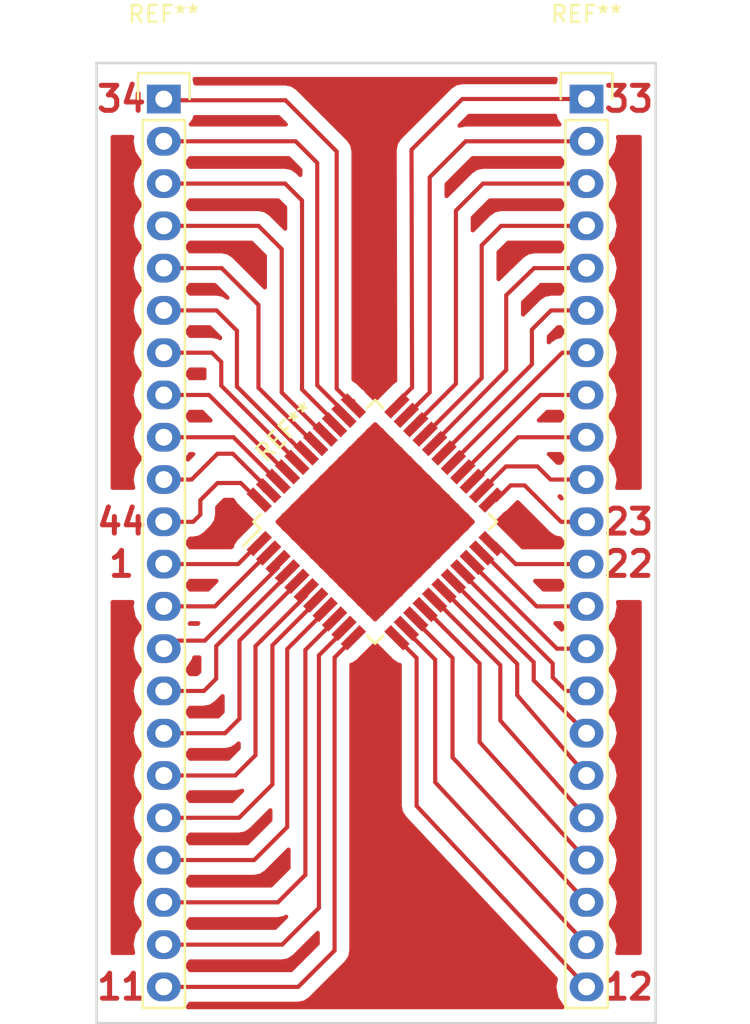
<source format=kicad_pcb>
(kicad_pcb (version 20160815) (host pcbnew "(2016-12-16 revision f631ae2)-makepkg")

  (general
    (links 0)
    (no_connects 0)
    (area 13.696215 14.3387 59.074786 75.990521)
    (thickness 1.6)
    (drawings 12)
    (tracks 247)
    (zones 0)
    (modules 3)
    (nets 1)
  )

  (page A4 portrait)
  (title_block
    (title "TQFP44 to DIL")
    (date 2016-12-27)
    (rev 0.1)
  )

  (layers
    (0 F.Cu signal)
    (31 B.Cu signal)
    (32 B.Adhes user)
    (33 F.Adhes user)
    (34 B.Paste user)
    (35 F.Paste user)
    (36 B.SilkS user)
    (37 F.SilkS user)
    (38 B.Mask user)
    (39 F.Mask user)
    (40 Dwgs.User user)
    (41 Cmts.User user)
    (42 Eco1.User user)
    (43 Eco2.User user)
    (44 Edge.Cuts user)
    (45 Margin user)
    (46 B.CrtYd user)
    (47 F.CrtYd user)
    (48 B.Fab user)
    (49 F.Fab user)
  )

  (setup
    (last_trace_width 0.25)
    (user_trace_width 0.254)
    (user_trace_width 0.508)
    (user_trace_width 0.762)
    (user_trace_width 1.27)
    (user_trace_width 2.54)
    (trace_clearance 0.2)
    (zone_clearance 0.762)
    (zone_45_only yes)
    (trace_min 0.2)
    (segment_width 0.2)
    (edge_width 0.15)
    (via_size 0.8)
    (via_drill 0.4)
    (via_min_size 0.4)
    (via_min_drill 0.3)
    (uvia_size 0.3)
    (uvia_drill 0.1)
    (uvias_allowed no)
    (uvia_min_size 0.2)
    (uvia_min_drill 0.1)
    (pcb_text_width 0.3)
    (pcb_text_size 1.5 1.5)
    (mod_edge_width 0.15)
    (mod_text_size 1 1)
    (mod_text_width 0.15)
    (pad_size 1.524 1.524)
    (pad_drill 0.762)
    (pad_to_mask_clearance 0.2)
    (aux_axis_origin 0 0)
    (grid_origin 107.22864 133.97484)
    (visible_elements 7FFFFFFF)
    (pcbplotparams
      (layerselection 0x00030_ffffffff)
      (usegerberextensions false)
      (excludeedgelayer true)
      (linewidth 0.100000)
      (plotframeref false)
      (viasonmask false)
      (mode 1)
      (useauxorigin false)
      (hpglpennumber 1)
      (hpglpenspeed 20)
      (hpglpendiameter 15)
      (psnegative false)
      (psa4output false)
      (plotreference true)
      (plotvalue true)
      (plotinvisibletext false)
      (padsonsilk false)
      (subtractmaskfromsilk false)
      (outputformat 1)
      (mirror false)
      (drillshape 1)
      (scaleselection 1)
      (outputdirectory C:/Users/alexb/Desktop/))
  )

  (net 0 "")

  (net_class Default "This is the default net class."
    (clearance 0.2)
    (trace_width 0.25)
    (via_dia 0.8)
    (via_drill 0.4)
    (uvia_dia 0.3)
    (uvia_drill 0.1)
    (diff_pair_gap 0.25)
    (diff_pair_width 0.2)
  )

  (module Pin_Headers:Pin_Header_Straight_1x22 (layer F.Cu) (tedit 0) (tstamp 58634D6B)
    (at 49.0855 20.3962)
    (descr "Through hole pin header")
    (tags "pin header")
    (fp_text reference REF** (at 0 -5.1) (layer F.SilkS)
      (effects (font (size 1 1) (thickness 0.15)))
    )
    (fp_text value Pin_Header_Straight_1x22 (at 0 -3.1) (layer F.Fab)
      (effects (font (size 1 1) (thickness 0.15)))
    )
    (fp_line (start -1.75 -1.75) (end -1.75 55.1) (layer F.CrtYd) (width 0.05))
    (fp_line (start 1.75 -1.75) (end 1.75 55.1) (layer F.CrtYd) (width 0.05))
    (fp_line (start -1.75 -1.75) (end 1.75 -1.75) (layer F.CrtYd) (width 0.05))
    (fp_line (start -1.75 55.1) (end 1.75 55.1) (layer F.CrtYd) (width 0.05))
    (fp_line (start -1.27 1.27) (end -1.27 54.61) (layer F.SilkS) (width 0.15))
    (fp_line (start -1.27 54.61) (end 1.27 54.61) (layer F.SilkS) (width 0.15))
    (fp_line (start 1.27 54.61) (end 1.27 1.27) (layer F.SilkS) (width 0.15))
    (fp_line (start 1.55 -1.55) (end 1.55 0) (layer F.SilkS) (width 0.15))
    (fp_line (start 1.27 1.27) (end -1.27 1.27) (layer F.SilkS) (width 0.15))
    (fp_line (start -1.55 0) (end -1.55 -1.55) (layer F.SilkS) (width 0.15))
    (fp_line (start -1.55 -1.55) (end 1.55 -1.55) (layer F.SilkS) (width 0.15))
    (pad 1 thru_hole rect (at 0 0) (size 2.032 1.7272) (drill 1.016) (layers *.Cu *.Mask))
    (pad 2 thru_hole oval (at 0 2.54) (size 2.032 1.7272) (drill 1.016) (layers *.Cu *.Mask))
    (pad 3 thru_hole oval (at 0 5.08) (size 2.032 1.7272) (drill 1.016) (layers *.Cu *.Mask))
    (pad 4 thru_hole oval (at 0 7.62) (size 2.032 1.7272) (drill 1.016) (layers *.Cu *.Mask))
    (pad 5 thru_hole oval (at 0 10.16) (size 2.032 1.7272) (drill 1.016) (layers *.Cu *.Mask))
    (pad 6 thru_hole oval (at 0 12.7) (size 2.032 1.7272) (drill 1.016) (layers *.Cu *.Mask))
    (pad 7 thru_hole oval (at 0 15.24) (size 2.032 1.7272) (drill 1.016) (layers *.Cu *.Mask))
    (pad 8 thru_hole oval (at 0 17.78) (size 2.032 1.7272) (drill 1.016) (layers *.Cu *.Mask))
    (pad 9 thru_hole oval (at 0 20.32) (size 2.032 1.7272) (drill 1.016) (layers *.Cu *.Mask))
    (pad 10 thru_hole oval (at 0 22.86) (size 2.032 1.7272) (drill 1.016) (layers *.Cu *.Mask))
    (pad 11 thru_hole oval (at 0 25.4) (size 2.032 1.7272) (drill 1.016) (layers *.Cu *.Mask))
    (pad 12 thru_hole oval (at 0 27.94) (size 2.032 1.7272) (drill 1.016) (layers *.Cu *.Mask))
    (pad 13 thru_hole oval (at 0 30.48) (size 2.032 1.7272) (drill 1.016) (layers *.Cu *.Mask))
    (pad 14 thru_hole oval (at 0 33.02) (size 2.032 1.7272) (drill 1.016) (layers *.Cu *.Mask))
    (pad 15 thru_hole oval (at 0 35.56) (size 2.032 1.7272) (drill 1.016) (layers *.Cu *.Mask))
    (pad 16 thru_hole oval (at 0 38.1) (size 2.032 1.7272) (drill 1.016) (layers *.Cu *.Mask))
    (pad 17 thru_hole oval (at 0 40.64) (size 2.032 1.7272) (drill 1.016) (layers *.Cu *.Mask))
    (pad 18 thru_hole oval (at 0 43.18) (size 2.032 1.7272) (drill 1.016) (layers *.Cu *.Mask))
    (pad 19 thru_hole oval (at 0 45.72) (size 2.032 1.7272) (drill 1.016) (layers *.Cu *.Mask))
    (pad 20 thru_hole oval (at 0 48.26) (size 2.032 1.7272) (drill 1.016) (layers *.Cu *.Mask))
    (pad 21 thru_hole oval (at 0 50.8) (size 2.032 1.7272) (drill 1.016) (layers *.Cu *.Mask))
    (pad 22 thru_hole oval (at 0 53.34) (size 2.032 1.7272) (drill 1.016) (layers *.Cu *.Mask))
    (model Pin_Headers.3dshapes/Pin_Header_Straight_1x22.wrl
      (at (xyz 0 -1.05 0))
      (scale (xyz 1 1 1))
      (rotate (xyz 0 0 90))
    )
  )

  (module Housings_QFP:LQFP-44_10x10mm_Pitch0.8mm (layer F.Cu) (tedit 54130A77) (tstamp 5862D13F)
    (at 36.3855 45.7962 45)
    (descr "LQFP44 (see Appnote_PCB_Guidelines_TRINAMIC_packages.pdf)")
    (tags "QFP 0.8")
    (attr smd)
    (fp_text reference REF** (at 0 -7.65 45) (layer F.SilkS)
      (effects (font (size 1 1) (thickness 0.15)))
    )
    (fp_text value LQFP-44_10x10mm_Pitch0.8mm (at 0 7.65 45) (layer F.Fab)
      (effects (font (size 1 1) (thickness 0.15)))
    )
    (fp_text user %R (at 0 0 45) (layer F.Fab)
      (effects (font (size 1 1) (thickness 0.15)))
    )
    (fp_line (start -4 -5) (end 5 -5) (layer F.Fab) (width 0.15))
    (fp_line (start 5 -5) (end 5 5) (layer F.Fab) (width 0.15))
    (fp_line (start 5 5) (end -5 5) (layer F.Fab) (width 0.15))
    (fp_line (start -5 5) (end -5 -4) (layer F.Fab) (width 0.15))
    (fp_line (start -5 -4) (end -4 -5) (layer F.Fab) (width 0.15))
    (fp_line (start -6.9 -6.9) (end -6.9 6.9) (layer F.CrtYd) (width 0.05))
    (fp_line (start 6.9 -6.9) (end 6.9 6.9) (layer F.CrtYd) (width 0.05))
    (fp_line (start -6.9 -6.9) (end 6.9 -6.9) (layer F.CrtYd) (width 0.05))
    (fp_line (start -6.9 6.9) (end 6.9 6.9) (layer F.CrtYd) (width 0.05))
    (fp_line (start -5.175 -5.175) (end -5.175 -4.575) (layer F.SilkS) (width 0.15))
    (fp_line (start 5.175 -5.175) (end 5.175 -4.505) (layer F.SilkS) (width 0.15))
    (fp_line (start 5.175 5.175) (end 5.175 4.505) (layer F.SilkS) (width 0.15))
    (fp_line (start -5.175 5.175) (end -5.175 4.505) (layer F.SilkS) (width 0.15))
    (fp_line (start -5.175 -5.175) (end -4.505 -5.175) (layer F.SilkS) (width 0.15))
    (fp_line (start -5.175 5.175) (end -4.505 5.175) (layer F.SilkS) (width 0.15))
    (fp_line (start 5.175 5.175) (end 4.505 5.175) (layer F.SilkS) (width 0.15))
    (fp_line (start 5.175 -5.175) (end 4.505 -5.175) (layer F.SilkS) (width 0.15))
    (fp_line (start -5.175 -4.575) (end -6.65 -4.575) (layer F.SilkS) (width 0.15))
    (pad 1 smd rect (at -5.85 -4 45) (size 1.6 0.56) (layers F.Cu F.Paste F.Mask))
    (pad 2 smd rect (at -5.85 -3.2 45) (size 1.6 0.56) (layers F.Cu F.Paste F.Mask))
    (pad 3 smd rect (at -5.85 -2.4 45) (size 1.6 0.56) (layers F.Cu F.Paste F.Mask))
    (pad 4 smd rect (at -5.85 -1.6 45) (size 1.6 0.56) (layers F.Cu F.Paste F.Mask))
    (pad 5 smd rect (at -5.85 -0.8 45) (size 1.6 0.56) (layers F.Cu F.Paste F.Mask))
    (pad 6 smd rect (at -5.85 0 45) (size 1.6 0.56) (layers F.Cu F.Paste F.Mask))
    (pad 7 smd rect (at -5.85 0.8 45) (size 1.6 0.56) (layers F.Cu F.Paste F.Mask))
    (pad 8 smd rect (at -5.85 1.6 45) (size 1.6 0.56) (layers F.Cu F.Paste F.Mask))
    (pad 9 smd rect (at -5.85 2.4 45) (size 1.6 0.56) (layers F.Cu F.Paste F.Mask))
    (pad 10 smd rect (at -5.85 3.2 45) (size 1.6 0.56) (layers F.Cu F.Paste F.Mask))
    (pad 11 smd rect (at -5.85 4 45) (size 1.6 0.56) (layers F.Cu F.Paste F.Mask))
    (pad 12 smd rect (at -4 5.85 135) (size 1.6 0.56) (layers F.Cu F.Paste F.Mask))
    (pad 13 smd rect (at -3.2 5.85 135) (size 1.6 0.56) (layers F.Cu F.Paste F.Mask))
    (pad 14 smd rect (at -2.4 5.85 135) (size 1.6 0.56) (layers F.Cu F.Paste F.Mask))
    (pad 15 smd rect (at -1.6 5.85 135) (size 1.6 0.56) (layers F.Cu F.Paste F.Mask))
    (pad 16 smd rect (at -0.8 5.85 135) (size 1.6 0.56) (layers F.Cu F.Paste F.Mask))
    (pad 17 smd rect (at 0 5.85 135) (size 1.6 0.56) (layers F.Cu F.Paste F.Mask))
    (pad 18 smd rect (at 0.8 5.85 135) (size 1.6 0.56) (layers F.Cu F.Paste F.Mask))
    (pad 19 smd rect (at 1.6 5.85 135) (size 1.6 0.56) (layers F.Cu F.Paste F.Mask))
    (pad 20 smd rect (at 2.4 5.85 135) (size 1.6 0.56) (layers F.Cu F.Paste F.Mask))
    (pad 21 smd rect (at 3.2 5.85 135) (size 1.6 0.56) (layers F.Cu F.Paste F.Mask))
    (pad 22 smd rect (at 4 5.85 135) (size 1.6 0.56) (layers F.Cu F.Paste F.Mask))
    (pad 23 smd rect (at 5.85 4 45) (size 1.6 0.56) (layers F.Cu F.Paste F.Mask))
    (pad 24 smd rect (at 5.85 3.2 45) (size 1.6 0.56) (layers F.Cu F.Paste F.Mask))
    (pad 25 smd rect (at 5.85 2.4 45) (size 1.6 0.56) (layers F.Cu F.Paste F.Mask))
    (pad 26 smd rect (at 5.85 1.6 45) (size 1.6 0.56) (layers F.Cu F.Paste F.Mask))
    (pad 27 smd rect (at 5.85 0.8 45) (size 1.6 0.56) (layers F.Cu F.Paste F.Mask))
    (pad 28 smd rect (at 5.85 0 45) (size 1.6 0.56) (layers F.Cu F.Paste F.Mask))
    (pad 29 smd rect (at 5.85 -0.8 45) (size 1.6 0.56) (layers F.Cu F.Paste F.Mask))
    (pad 30 smd rect (at 5.85 -1.6 45) (size 1.6 0.56) (layers F.Cu F.Paste F.Mask))
    (pad 31 smd rect (at 5.85 -2.4 45) (size 1.6 0.56) (layers F.Cu F.Paste F.Mask))
    (pad 32 smd rect (at 5.85 -3.2 45) (size 1.6 0.56) (layers F.Cu F.Paste F.Mask))
    (pad 33 smd rect (at 5.85 -4 45) (size 1.6 0.56) (layers F.Cu F.Paste F.Mask))
    (pad 34 smd rect (at 4 -5.85 135) (size 1.6 0.56) (layers F.Cu F.Paste F.Mask))
    (pad 35 smd rect (at 3.2 -5.85 135) (size 1.6 0.56) (layers F.Cu F.Paste F.Mask))
    (pad 36 smd rect (at 2.4 -5.85 135) (size 1.6 0.56) (layers F.Cu F.Paste F.Mask))
    (pad 37 smd rect (at 1.6 -5.85 135) (size 1.6 0.56) (layers F.Cu F.Paste F.Mask))
    (pad 38 smd rect (at 0.8 -5.85 135) (size 1.6 0.56) (layers F.Cu F.Paste F.Mask))
    (pad 39 smd rect (at 0 -5.85 135) (size 1.6 0.56) (layers F.Cu F.Paste F.Mask))
    (pad 40 smd rect (at -0.8 -5.85 135) (size 1.6 0.56) (layers F.Cu F.Paste F.Mask))
    (pad 41 smd rect (at -1.6 -5.85 135) (size 1.6 0.56) (layers F.Cu F.Paste F.Mask))
    (pad 42 smd rect (at -2.4 -5.85 135) (size 1.6 0.56) (layers F.Cu F.Paste F.Mask))
    (pad 43 smd rect (at -3.2 -5.85 135) (size 1.6 0.56) (layers F.Cu F.Paste F.Mask))
    (pad 44 smd rect (at -4 -5.85 135) (size 1.6 0.56) (layers F.Cu F.Paste F.Mask))
    (model Housings_QFP.3dshapes/LQFP-44_10x10mm_Pitch0.8mm.wrl
      (at (xyz 0 0 0))
      (scale (xyz 1 1 1))
      (rotate (xyz 0 0 0))
    )
  )

  (module Pin_Headers:Pin_Header_Straight_1x22 (layer F.Cu) (tedit 0) (tstamp 58635138)
    (at 23.6855 20.3962)
    (descr "Through hole pin header")
    (tags "pin header")
    (fp_text reference REF** (at 0 -5.1) (layer F.SilkS)
      (effects (font (size 1 1) (thickness 0.15)))
    )
    (fp_text value Pin_Header_Straight_1x22 (at 0 -3.1) (layer F.Fab)
      (effects (font (size 1 1) (thickness 0.15)))
    )
    (fp_line (start -1.75 -1.75) (end -1.75 55.1) (layer F.CrtYd) (width 0.05))
    (fp_line (start 1.75 -1.75) (end 1.75 55.1) (layer F.CrtYd) (width 0.05))
    (fp_line (start -1.75 -1.75) (end 1.75 -1.75) (layer F.CrtYd) (width 0.05))
    (fp_line (start -1.75 55.1) (end 1.75 55.1) (layer F.CrtYd) (width 0.05))
    (fp_line (start -1.27 1.27) (end -1.27 54.61) (layer F.SilkS) (width 0.15))
    (fp_line (start -1.27 54.61) (end 1.27 54.61) (layer F.SilkS) (width 0.15))
    (fp_line (start 1.27 54.61) (end 1.27 1.27) (layer F.SilkS) (width 0.15))
    (fp_line (start 1.55 -1.55) (end 1.55 0) (layer F.SilkS) (width 0.15))
    (fp_line (start 1.27 1.27) (end -1.27 1.27) (layer F.SilkS) (width 0.15))
    (fp_line (start -1.55 0) (end -1.55 -1.55) (layer F.SilkS) (width 0.15))
    (fp_line (start -1.55 -1.55) (end 1.55 -1.55) (layer F.SilkS) (width 0.15))
    (pad 1 thru_hole rect (at 0 0) (size 2.032 1.7272) (drill 1.016) (layers *.Cu *.Mask))
    (pad 2 thru_hole oval (at 0 2.54) (size 2.032 1.7272) (drill 1.016) (layers *.Cu *.Mask))
    (pad 3 thru_hole oval (at 0 5.08) (size 2.032 1.7272) (drill 1.016) (layers *.Cu *.Mask))
    (pad 4 thru_hole oval (at 0 7.62) (size 2.032 1.7272) (drill 1.016) (layers *.Cu *.Mask))
    (pad 5 thru_hole oval (at 0 10.16) (size 2.032 1.7272) (drill 1.016) (layers *.Cu *.Mask))
    (pad 6 thru_hole oval (at 0 12.7) (size 2.032 1.7272) (drill 1.016) (layers *.Cu *.Mask))
    (pad 7 thru_hole oval (at 0 15.24) (size 2.032 1.7272) (drill 1.016) (layers *.Cu *.Mask))
    (pad 8 thru_hole oval (at 0 17.78) (size 2.032 1.7272) (drill 1.016) (layers *.Cu *.Mask))
    (pad 9 thru_hole oval (at 0 20.32) (size 2.032 1.7272) (drill 1.016) (layers *.Cu *.Mask))
    (pad 10 thru_hole oval (at 0 22.86) (size 2.032 1.7272) (drill 1.016) (layers *.Cu *.Mask))
    (pad 11 thru_hole oval (at 0 25.4) (size 2.032 1.7272) (drill 1.016) (layers *.Cu *.Mask))
    (pad 12 thru_hole oval (at 0 27.94) (size 2.032 1.7272) (drill 1.016) (layers *.Cu *.Mask))
    (pad 13 thru_hole oval (at 0 30.48) (size 2.032 1.7272) (drill 1.016) (layers *.Cu *.Mask))
    (pad 14 thru_hole oval (at 0 33.02) (size 2.032 1.7272) (drill 1.016) (layers *.Cu *.Mask))
    (pad 15 thru_hole oval (at 0 35.56) (size 2.032 1.7272) (drill 1.016) (layers *.Cu *.Mask))
    (pad 16 thru_hole oval (at 0 38.1) (size 2.032 1.7272) (drill 1.016) (layers *.Cu *.Mask))
    (pad 17 thru_hole oval (at 0 40.64) (size 2.032 1.7272) (drill 1.016) (layers *.Cu *.Mask))
    (pad 18 thru_hole oval (at 0 43.18) (size 2.032 1.7272) (drill 1.016) (layers *.Cu *.Mask))
    (pad 19 thru_hole oval (at 0 45.72) (size 2.032 1.7272) (drill 1.016) (layers *.Cu *.Mask))
    (pad 20 thru_hole oval (at 0 48.26) (size 2.032 1.7272) (drill 1.016) (layers *.Cu *.Mask))
    (pad 21 thru_hole oval (at 0 50.8) (size 2.032 1.7272) (drill 1.016) (layers *.Cu *.Mask))
    (pad 22 thru_hole oval (at 0 53.34) (size 2.032 1.7272) (drill 1.016) (layers *.Cu *.Mask))
    (model Pin_Headers.3dshapes/Pin_Header_Straight_1x22.wrl
      (at (xyz 0 -1.05 0))
      (scale (xyz 1 1 1))
      (rotate (xyz 0 0 90))
    )
  )

  (gr_line (start 53.2384 18.23466) (end 19.62658 18.23466) (angle 90) (layer Edge.Cuts) (width 0.15))
  (gr_line (start 53.2384 75.91552) (end 53.2384 18.23466) (angle 90) (layer Edge.Cuts) (width 0.15))
  (gr_line (start 19.65198 75.91552) (end 53.2384 75.91552) (angle 90) (layer Edge.Cuts) (width 0.15))
  (gr_line (start 19.65198 18.37436) (end 19.65198 75.91552) (angle 90) (layer Edge.Cuts) (width 0.15))
  (gr_text 44 (at 21.1455 45.7962) (layer F.Cu)
    (effects (font (size 1.5 1.5) (thickness 0.3)))
  )
  (gr_text 34 (at 21.1455 20.3962) (layer F.Cu)
    (effects (font (size 1.5 1.5) (thickness 0.3)))
  )
  (gr_text 33 (at 51.6255 20.3962) (layer F.Cu)
    (effects (font (size 1.5 1.5) (thickness 0.3)))
  )
  (gr_text 23 (at 51.6255 45.7962) (layer F.Cu)
    (effects (font (size 1.5 1.5) (thickness 0.3)))
  )
  (gr_text 22 (at 51.6255 48.3362) (layer F.Cu)
    (effects (font (size 1.5 1.5) (thickness 0.3)))
  )
  (gr_text 12 (at 51.6255 73.7362) (layer F.Cu)
    (effects (font (size 1.5 1.5) (thickness 0.3)))
  )
  (gr_text 11 (at 21.1455 73.7362) (layer F.Cu)
    (effects (font (size 1.5 1.5) (thickness 0.3)))
  )
  (gr_text 1 (at 21.1455 48.3362) (layer F.Cu)
    (effects (font (size 1.5 1.5) (thickness 0.3)))
  )

  (segment (start 38.259333 52.343633) (end 39.9923 54.0766) (width 0.25) (layer F.Cu) (net 0) (tstamp 586350C8))
  (segment (start 39.9923 61.4426) (end 49.0855 71.1962) (width 0.25) (layer F.Cu) (net 0) (tstamp 586350CB) (status 20))
  (segment (start 39.9923 54.0766) (end 39.9923 61.4426) (width 0.25) (layer F.Cu) (net 0) (tstamp 586350C9))
  (segment (start 25.4508 45.7962) (end 23.6855 45.7962) (width 0.25) (layer F.Cu) (net 0) (tstamp 586353EC))
  (segment (start 25.8826 45.3644) (end 25.4508 45.7962) (width 0.25) (layer F.Cu) (net 0) (tstamp 586353EB))
  (segment (start 25.8826 44.49826) (end 25.8826 45.3644) (width 0.25) (layer F.Cu) (net 0) (tstamp 586353E9))
  (segment (start 26.91638 43.46448) (end 25.8826 44.49826) (width 0.25) (layer F.Cu) (net 0) (tstamp 586353E8))
  (segment (start 28.31338 43.46448) (end 26.91638 43.46448) (width 0.25) (layer F.Cu) (net 0) (tstamp 586353E6))
  (segment (start 29.336952 44.488052) (end 28.31338 43.46448) (width 0.25) (layer F.Cu) (net 0) (tstamp 586353E5))
  (segment (start 29.420498 44.488052) (end 29.336952 44.488052) (width 0.25) (layer F.Cu) (net 0))
  (segment (start 25.36444 43.2562) (end 23.6855 43.2562) (width 0.25) (layer F.Cu) (net 0) (tstamp 586353E1))
  (segment (start 26.91638 41.70426) (end 25.36444 43.2562) (width 0.25) (layer F.Cu) (net 0) (tstamp 586353E0))
  (segment (start 27.8384 41.70426) (end 26.91638 41.70426) (width 0.25) (layer F.Cu) (net 0) (tstamp 586353DE))
  (segment (start 29.986184 43.852044) (end 27.8384 41.70426) (width 0.25) (layer F.Cu) (net 0) (tstamp 586353DD))
  (segment (start 29.986184 43.922367) (end 29.986184 43.852044) (width 0.25) (layer F.Cu) (net 0))
  (segment (start 47.55642 45.7962) (end 49.0855 45.7962) (width 0.25) (layer F.Cu) (net 0) (tstamp 586353D7))
  (segment (start 45.36694 43.60672) (end 47.55642 45.7962) (width 0.25) (layer F.Cu) (net 0) (tstamp 586353D6))
  (segment (start 44.52874 43.60672) (end 45.36694 43.60672) (width 0.25) (layer F.Cu) (net 0) (tstamp 586353D5))
  (segment (start 43.647408 44.488052) (end 44.52874 43.60672) (width 0.25) (layer F.Cu) (net 0) (tstamp 586353D4))
  (segment (start 43.350502 44.488052) (end 43.647408 44.488052) (width 0.25) (layer F.Cu) (net 0))
  (segment (start 43.350502 47.104348) (end 43.596608 47.104348) (width 0.25) (layer F.Cu) (net 0))
  (segment (start 43.596608 47.104348) (end 44.82846 48.3362) (width 0.25) (layer F.Cu) (net 0) (tstamp 586353CE))
  (segment (start 44.82846 48.3362) (end 49.0855 48.3362) (width 0.25) (layer F.Cu) (net 0) (tstamp 586353CF))
  (segment (start 43.350502 44.488052) (end 43.586352 44.488052) (width 0.25) (layer F.Cu) (net 0))
  (segment (start 29.986184 43.922367) (end 29.944747 43.922367) (width 0.25) (layer F.Cu) (net 0))
  (segment (start 43.350502 44.488052) (end 43.578828 44.488052) (width 0.25) (layer F.Cu) (net 0))
  (segment (start 42.784816 43.922367) (end 42.790693 43.922367) (width 0.25) (layer F.Cu) (net 0))
  (segment (start 42.790693 43.922367) (end 44.24426 42.4688) (width 0.25) (layer F.Cu) (net 0) (tstamp 586353AF))
  (segment (start 46.92142 43.2562) (end 49.0855 43.2562) (width 0.25) (layer F.Cu) (net 0) (tstamp 586353B3))
  (segment (start 46.13402 42.4688) (end 46.92142 43.2562) (width 0.25) (layer F.Cu) (net 0) (tstamp 586353B2))
  (segment (start 44.24426 42.4688) (end 46.13402 42.4688) (width 0.25) (layer F.Cu) (net 0) (tstamp 586353B0))
  (segment (start 29.986184 43.922367) (end 29.827907 43.922367) (width 0.25) (layer F.Cu) (net 0))
  (segment (start 43.350502 44.488052) (end 43.350502 44.464918) (width 0.25) (layer F.Cu) (net 0))
  (segment (start 42.784816 43.922367) (end 42.871973 43.922367) (width 0.25) (layer F.Cu) (net 0))
  (segment (start 42.784816 43.922367) (end 42.795773 43.922367) (width 0.25) (layer F.Cu) (net 0))
  (segment (start 48.9331 43.1038) (end 49.0855 43.2562) (width 0.25) (layer F.Cu) (net 0) (tstamp 58635392))
  (segment (start 43.350502 44.488052) (end 43.418808 44.488052) (width 0.25) (layer F.Cu) (net 0))
  (segment (start 43.418808 44.488052) (end 43.85818 44.04868) (width 0.25) (layer F.Cu) (net 0) (tstamp 58635389))
  (segment (start 38.825018 39.962569) (end 38.825018 39.914982) (width 0.25) (layer F.Cu) (net 0))
  (segment (start 38.825018 39.914982) (end 41.2369 37.5031) (width 0.25) (layer F.Cu) (net 0) (tstamp 58635372))
  (segment (start 42.8625 25.4762) (end 49.0855 25.4762) (width 0.25) (layer F.Cu) (net 0) (tstamp 58635377))
  (segment (start 41.2369 27.1018) (end 42.8625 25.4762) (width 0.25) (layer F.Cu) (net 0) (tstamp 58635375))
  (segment (start 41.2369 37.5031) (end 41.2369 27.1018) (width 0.25) (layer F.Cu) (net 0) (tstamp 58635373))
  (segment (start 40.522075 41.659625) (end 40.522075 41.621525) (width 0.25) (layer F.Cu) (net 0))
  (segment (start 40.522075 41.621525) (end 45.80382 36.33978) (width 0.25) (layer F.Cu) (net 0) (tstamp 58635368))
  (segment (start 46.9519 33.0962) (end 49.0855 33.0962) (width 0.25) (layer F.Cu) (net 0) (tstamp 5863536D))
  (segment (start 45.80382 34.24428) (end 46.9519 33.0962) (width 0.25) (layer F.Cu) (net 0) (tstamp 5863536B))
  (segment (start 45.80382 36.33978) (end 45.80382 34.24428) (width 0.25) (layer F.Cu) (net 0) (tstamp 58635369))
  (segment (start 41.08776 42.225311) (end 41.08776 42.17344) (width 0.25) (layer F.Cu) (net 0))
  (segment (start 41.08776 42.17344) (end 47.625 35.6362) (width 0.25) (layer F.Cu) (net 0) (tstamp 58635362))
  (segment (start 47.625 35.6362) (end 49.0855 35.6362) (width 0.25) (layer F.Cu) (net 0) (tstamp 58635363))
  (segment (start 41.653446 42.790996) (end 41.699564 42.790996) (width 0.25) (layer F.Cu) (net 0))
  (segment (start 41.699564 42.790996) (end 46.31436 38.1762) (width 0.25) (layer F.Cu) (net 0) (tstamp 5863535D))
  (segment (start 46.31436 38.1762) (end 49.0855 38.1762) (width 0.25) (layer F.Cu) (net 0) (tstamp 5863535E))
  (segment (start 41.08776 42.225311) (end 41.08776 42.22424) (width 0.25) (layer F.Cu) (net 0))
  (segment (start 41.08776 42.225311) (end 41.162889 42.225311) (width 0.25) (layer F.Cu) (net 0))
  (segment (start 41.653446 42.790996) (end 41.664004 42.790996) (width 0.25) (layer F.Cu) (net 0))
  (segment (start 43.350502 47.104348) (end 43.436588 47.104348) (width 0.25) (layer F.Cu) (net 0))
  (segment (start 31.68324 42.225311) (end 31.68324 42.16074) (width 0.25) (layer F.Cu) (net 0))
  (segment (start 31.68324 42.16074) (end 27.1399 37.6174) (width 0.25) (layer F.Cu) (net 0) (tstamp 58635321))
  (segment (start 26.5811 35.6362) (end 23.6855 35.6362) (width 0.25) (layer F.Cu) (net 0) (tstamp 58635325))
  (segment (start 27.1399 36.195) (end 26.5811 35.6362) (width 0.25) (layer F.Cu) (net 0) (tstamp 58635324))
  (segment (start 27.1399 37.6174) (end 27.1399 36.195) (width 0.25) (layer F.Cu) (net 0) (tstamp 58635322))
  (segment (start 29.420498 47.104348) (end 29.387752 47.104348) (width 0.25) (layer F.Cu) (net 0))
  (segment (start 29.387752 47.104348) (end 28.1559 48.3362) (width 0.25) (layer F.Cu) (net 0) (tstamp 58635317))
  (segment (start 28.1559 48.3362) (end 23.6855 48.3362) (width 0.25) (layer F.Cu) (net 0) (tstamp 58635318))
  (segment (start 35.077352 52.761202) (end 35.077352 52.819348) (width 0.25) (layer F.Cu) (net 0))
  (segment (start 35.077352 52.819348) (end 33.9471 53.9496) (width 0.25) (layer F.Cu) (net 0) (tstamp 5863530A))
  (segment (start 33.9471 53.9496) (end 33.9471 71.5518) (width 0.25) (layer F.Cu) (net 0) (tstamp 5863530B))
  (segment (start 33.9471 71.5518) (end 31.7627 73.7362) (width 0.25) (layer F.Cu) (net 0) (tstamp 5863530D))
  (segment (start 31.7627 73.7362) (end 23.6855 73.7362) (width 0.25) (layer F.Cu) (net 0) (tstamp 5863530F))
  (segment (start 34.511667 52.195516) (end 34.511667 52.318233) (width 0.25) (layer F.Cu) (net 0))
  (segment (start 34.511667 52.318233) (end 33.0073 53.8226) (width 0.25) (layer F.Cu) (net 0) (tstamp 58635301))
  (segment (start 33.0073 53.8226) (end 33.0073 68.9864) (width 0.25) (layer F.Cu) (net 0) (tstamp 58635302))
  (segment (start 33.0073 68.9864) (end 30.7975 71.1962) (width 0.25) (layer F.Cu) (net 0) (tstamp 58635304))
  (segment (start 30.7975 71.1962) (end 23.6855 71.1962) (width 0.25) (layer F.Cu) (net 0) (tstamp 58635306))
  (segment (start 33.945982 51.629831) (end 33.945982 51.740918) (width 0.25) (layer F.Cu) (net 0))
  (segment (start 33.945982 51.740918) (end 32.1945 53.4924) (width 0.25) (layer F.Cu) (net 0) (tstamp 586352F8))
  (segment (start 32.1945 53.4924) (end 32.1945 67.0052) (width 0.25) (layer F.Cu) (net 0) (tstamp 586352F9))
  (segment (start 32.1945 67.0052) (end 30.5435 68.6562) (width 0.25) (layer F.Cu) (net 0) (tstamp 586352FB))
  (segment (start 30.5435 68.6562) (end 23.6855 68.6562) (width 0.25) (layer F.Cu) (net 0) (tstamp 586352FD))
  (segment (start 33.380296 51.064146) (end 33.380296 51.163604) (width 0.25) (layer F.Cu) (net 0))
  (segment (start 33.380296 51.163604) (end 31.1023 53.4416) (width 0.25) (layer F.Cu) (net 0) (tstamp 586352EF))
  (segment (start 31.1023 53.4416) (end 31.1023 64.135) (width 0.25) (layer F.Cu) (net 0) (tstamp 586352F0))
  (segment (start 31.1023 64.135) (end 29.1211 66.1162) (width 0.25) (layer F.Cu) (net 0) (tstamp 586352F2))
  (segment (start 29.1211 66.1162) (end 23.6855 66.1162) (width 0.25) (layer F.Cu) (net 0) (tstamp 586352F4))
  (segment (start 32.814611 50.49846) (end 32.814611 50.611689) (width 0.25) (layer F.Cu) (net 0))
  (segment (start 32.814611 50.611689) (end 30.2133 53.213) (width 0.25) (layer F.Cu) (net 0) (tstamp 586352E2))
  (segment (start 30.2133 53.213) (end 30.2133 61.5696) (width 0.25) (layer F.Cu) (net 0) (tstamp 586352E3))
  (segment (start 30.2133 61.5696) (end 28.2067 63.5762) (width 0.25) (layer F.Cu) (net 0) (tstamp 586352E5))
  (segment (start 28.2067 63.5762) (end 23.6855 63.5762) (width 0.25) (layer F.Cu) (net 0) (tstamp 586352E7))
  (segment (start 23.6855 61.0362) (end 27.9781 61.0362) (width 0.25) (layer F.Cu) (net 0))
  (segment (start 29.1973 59.817) (end 28.0035 61.0108) (width 0.25) (layer F.Cu) (net 0) (tstamp 586352DB))
  (segment (start 29.1973 53.2638) (end 29.1973 59.817) (width 0.25) (layer F.Cu) (net 0) (tstamp 586352D9))
  (segment (start 29.1973 53.2638) (end 32.248925 50.212175) (width 0.25) (layer F.Cu) (net 0) (tstamp 586352D8))
  (segment (start 27.9781 61.0362) (end 28.0035 61.0108) (width 0.25) (layer F.Cu) (net 0) (tstamp 586352DF))
  (segment (start 32.248925 49.932775) (end 32.248925 50.212175) (width 0.25) (layer F.Cu) (net 0))
  (segment (start 31.68324 49.367089) (end 31.68324 49.48246) (width 0.25) (layer F.Cu) (net 0))
  (segment (start 31.68324 49.48246) (end 28.2321 52.9336) (width 0.25) (layer F.Cu) (net 0) (tstamp 586352D1))
  (segment (start 28.2321 52.9336) (end 28.2321 57.6326) (width 0.25) (layer F.Cu) (net 0) (tstamp 586352D2))
  (segment (start 28.2321 57.6326) (end 27.3685 58.4962) (width 0.25) (layer F.Cu) (net 0) (tstamp 586352D4))
  (segment (start 27.3685 58.4962) (end 23.6855 58.4962) (width 0.25) (layer F.Cu) (net 0) (tstamp 586352D5))
  (segment (start 31.117554 48.801404) (end 31.117554 48.981346) (width 0.25) (layer F.Cu) (net 0))
  (segment (start 31.117554 48.981346) (end 26.8351 53.2638) (width 0.25) (layer F.Cu) (net 0) (tstamp 586352CA))
  (segment (start 26.8351 53.2638) (end 26.8351 55.2196) (width 0.25) (layer F.Cu) (net 0) (tstamp 586352CB))
  (segment (start 26.8351 55.2196) (end 26.0985 55.9562) (width 0.25) (layer F.Cu) (net 0) (tstamp 586352CD))
  (segment (start 26.0985 55.9562) (end 23.6855 55.9562) (width 0.25) (layer F.Cu) (net 0) (tstamp 586352CE))
  (segment (start 30.551869 48.235718) (end 30.551869 48.531031) (width 0.25) (layer F.Cu) (net 0))
  (segment (start 30.551869 48.531031) (end 26.1493 52.9336) (width 0.25) (layer F.Cu) (net 0) (tstamp 586352C5))
  (segment (start 26.1493 52.9336) (end 24.1681 52.9336) (width 0.25) (layer F.Cu) (net 0) (tstamp 586352C6))
  (segment (start 24.1681 52.9336) (end 23.6855 53.4162) (width 0.25) (layer F.Cu) (net 0) (tstamp 586352C7))
  (segment (start 29.986184 47.670033) (end 29.965067 47.670033) (width 0.25) (layer F.Cu) (net 0))
  (segment (start 29.965067 47.670033) (end 26.7589 50.8762) (width 0.25) (layer F.Cu) (net 0) (tstamp 586352C0))
  (segment (start 26.7589 50.8762) (end 23.6855 50.8762) (width 0.25) (layer F.Cu) (net 0) (tstamp 586352C1))
  (segment (start 29.420498 44.488052) (end 29.413152 44.488052) (width 0.25) (layer F.Cu) (net 0))
  (segment (start 29.986184 43.922367) (end 29.965067 43.922367) (width 0.25) (layer F.Cu) (net 0))
  (segment (start 29.420498 44.488052) (end 29.311552 44.488052) (width 0.25) (layer F.Cu) (net 0))
  (segment (start 29.986184 43.922367) (end 29.736467 43.922367) (width 0.25) (layer F.Cu) (net 0))
  (segment (start 30.551869 43.356682) (end 30.516982 43.356682) (width 0.25) (layer F.Cu) (net 0))
  (segment (start 30.516982 43.356682) (end 27.8765 40.7162) (width 0.25) (layer F.Cu) (net 0) (tstamp 58635293))
  (segment (start 27.8765 40.7162) (end 23.6855 40.7162) (width 0.25) (layer F.Cu) (net 0) (tstamp 58635294))
  (segment (start 31.117554 42.790996) (end 31.018096 42.790996) (width 0.25) (layer F.Cu) (net 0))
  (segment (start 31.018096 42.790996) (end 26.4033 38.1762) (width 0.25) (layer F.Cu) (net 0) (tstamp 5863528E))
  (segment (start 26.4033 38.1762) (end 23.6855 38.1762) (width 0.25) (layer F.Cu) (net 0) (tstamp 5863528F))
  (segment (start 31.68324 42.225311) (end 31.468411 42.225311) (width 0.25) (layer F.Cu) (net 0))
  (segment (start 32.248925 41.659625) (end 32.071125 41.659625) (width 0.25) (layer F.Cu) (net 0))
  (segment (start 32.071125 41.659625) (end 28.0797 37.6682) (width 0.25) (layer F.Cu) (net 0) (tstamp 5863527D))
  (segment (start 28.0797 37.6682) (end 28.0797 34.3154) (width 0.25) (layer F.Cu) (net 0) (tstamp 5863527E))
  (segment (start 28.0797 34.3154) (end 26.8605 33.0962) (width 0.25) (layer F.Cu) (net 0) (tstamp 58635280))
  (segment (start 26.8605 33.0962) (end 23.6855 33.0962) (width 0.25) (layer F.Cu) (net 0) (tstamp 58635282))
  (segment (start 32.814611 41.09394) (end 32.72464 41.09394) (width 0.25) (layer F.Cu) (net 0))
  (segment (start 32.72464 41.09394) (end 29.3751 37.7444) (width 0.25) (layer F.Cu) (net 0) (tstamp 58635274))
  (segment (start 29.3751 37.7444) (end 29.3751 32.766) (width 0.25) (layer F.Cu) (net 0) (tstamp 58635275))
  (segment (start 29.3751 32.766) (end 27.1653 30.5562) (width 0.25) (layer F.Cu) (net 0) (tstamp 58635277))
  (segment (start 27.1653 30.5562) (end 23.6855 30.5562) (width 0.25) (layer F.Cu) (net 0) (tstamp 58635279))
  (segment (start 33.380296 40.528254) (end 33.276554 40.528254) (width 0.25) (layer F.Cu) (net 0))
  (segment (start 33.276554 40.528254) (end 30.7721 38.0238) (width 0.25) (layer F.Cu) (net 0) (tstamp 5863526B))
  (segment (start 30.7721 38.0238) (end 30.7721 29.4132) (width 0.25) (layer F.Cu) (net 0) (tstamp 5863526C))
  (segment (start 30.7721 29.4132) (end 29.3751 28.0162) (width 0.25) (layer F.Cu) (net 0) (tstamp 5863526E))
  (segment (start 29.3751 28.0162) (end 23.6855 28.0162) (width 0.25) (layer F.Cu) (net 0) (tstamp 58635270))
  (segment (start 33.945982 39.962569) (end 33.945982 39.800682) (width 0.25) (layer F.Cu) (net 0))
  (segment (start 33.945982 39.800682) (end 31.9913 37.846) (width 0.25) (layer F.Cu) (net 0) (tstamp 58635262))
  (segment (start 30.9753 25.4762) (end 23.6855 25.4762) (width 0.25) (layer F.Cu) (net 0) (tstamp 58635267))
  (segment (start 31.9913 26.4922) (end 30.9753 25.4762) (width 0.25) (layer F.Cu) (net 0) (tstamp 58635265))
  (segment (start 31.9913 37.846) (end 31.9913 26.4922) (width 0.25) (layer F.Cu) (net 0) (tstamp 58635263))
  (segment (start 34.511667 39.396884) (end 34.511667 39.197967) (width 0.25) (layer F.Cu) (net 0))
  (segment (start 34.511667 39.197967) (end 32.9057 37.592) (width 0.25) (layer F.Cu) (net 0) (tstamp 58635259))
  (segment (start 31.6103 22.9362) (end 23.6855 22.9362) (width 0.25) (layer F.Cu) (net 0) (tstamp 5863525E))
  (segment (start 32.9057 24.2316) (end 31.6103 22.9362) (width 0.25) (layer F.Cu) (net 0) (tstamp 5863525C))
  (segment (start 32.9057 37.592) (end 32.9057 24.2316) (width 0.25) (layer F.Cu) (net 0) (tstamp 5863525A))
  (segment (start 35.077352 38.831198) (end 35.077352 38.798452) (width 0.25) (layer F.Cu) (net 0))
  (segment (start 35.077352 38.798452) (end 34.0741 37.7952) (width 0.25) (layer F.Cu) (net 0) (tstamp 58635250))
  (segment (start 31.0007 20.4724) (end 23.7617 20.4724) (width 0.25) (layer F.Cu) (net 0) (tstamp 58635254))
  (segment (start 34.0741 23.5458) (end 31.0007 20.4724) (width 0.25) (layer F.Cu) (net 0) (tstamp 58635253))
  (segment (start 34.0741 37.7952) (end 34.0741 23.5458) (width 0.25) (layer F.Cu) (net 0) (tstamp 58635251))
  (segment (start 23.7617 20.4724) (end 23.6855 20.3962) (width 0.25) (layer F.Cu) (net 0) (tstamp 58635256))
  (segment (start 33.945982 39.962569) (end 33.701469 39.962569) (width 0.25) (layer F.Cu) (net 0))
  (segment (start 34.511667 39.396884) (end 34.511667 39.350367) (width 0.25) (layer F.Cu) (net 0))
  (segment (start 35.077352 38.831198) (end 35.077352 38.544452) (width 0.25) (layer F.Cu) (net 0))
  (segment (start 41.653446 48.801404) (end 41.653446 48.905146) (width 0.25) (layer F.Cu) (net 0))
  (segment (start 41.653446 48.905146) (end 47.0535 54.3052) (width 0.25) (layer F.Cu) (net 0) (tstamp 586351DD))
  (segment (start 47.8663 55.9562) (end 49.0855 55.9562) (width 0.25) (layer F.Cu) (net 0) (tstamp 586351E0))
  (segment (start 47.0535 55.1434) (end 47.8663 55.9562) (width 0.25) (layer F.Cu) (net 0) (tstamp 586351DF))
  (segment (start 47.0535 54.3052) (end 47.0535 55.1434) (width 0.25) (layer F.Cu) (net 0) (tstamp 586351DE))
  (segment (start 41.08776 49.367089) (end 41.08776 49.40626) (width 0.25) (layer F.Cu) (net 0))
  (segment (start 41.08776 49.40626) (end 45.9105 54.229) (width 0.25) (layer F.Cu) (net 0) (tstamp 586351D5))
  (segment (start 45.9105 55.3212) (end 49.0855 58.4962) (width 0.25) (layer F.Cu) (net 0) (tstamp 586351D8))
  (segment (start 45.9105 54.229) (end 45.9105 55.3212) (width 0.25) (layer F.Cu) (net 0) (tstamp 586351D6))
  (segment (start 41.653446 48.801404) (end 41.653446 48.879746) (width 0.25) (layer F.Cu) (net 0))
  (segment (start 42.219131 48.235718) (end 42.219131 48.327831) (width 0.25) (layer F.Cu) (net 0))
  (segment (start 42.219131 48.327831) (end 47.3075 53.4162) (width 0.25) (layer F.Cu) (net 0) (tstamp 586351C9))
  (segment (start 47.3075 53.4162) (end 49.0855 53.4162) (width 0.25) (layer F.Cu) (net 0) (tstamp 586351CA))
  (segment (start 40.522075 41.659625) (end 40.522075 41.456425) (width 0.25) (layer F.Cu) (net 0))
  (segment (start 40.522075 41.659625) (end 40.522075 41.532625) (width 0.25) (layer F.Cu) (net 0))
  (segment (start 41.08776 42.225311) (end 41.124789 42.225311) (width 0.25) (layer F.Cu) (net 0))
  (segment (start 41.653446 42.790996) (end 41.727504 42.790996) (width 0.25) (layer F.Cu) (net 0))
  (segment (start 43.350502 47.104348) (end 43.383248 47.104348) (width 0.25) (layer F.Cu) (net 0))
  (segment (start 42.784816 47.670033) (end 42.882133 47.670033) (width 0.25) (layer F.Cu) (net 0))
  (segment (start 42.882133 47.670033) (end 46.0883 50.8762) (width 0.25) (layer F.Cu) (net 0) (tstamp 58635104))
  (segment (start 46.0883 50.8762) (end 49.0855 50.8762) (width 0.25) (layer F.Cu) (net 0) (tstamp 58635105) (status 20))
  (segment (start 42.219131 48.235718) (end 42.330218 48.235718) (width 0.25) (layer F.Cu) (net 0))
  (segment (start 41.653446 48.801404) (end 41.676704 48.801404) (width 0.25) (layer F.Cu) (net 0))
  (segment (start 43.350502 44.488052) (end 43.408648 44.488052) (width 0.25) (layer F.Cu) (net 0))
  (segment (start 42.784816 43.922367) (end 42.784816 43.918084) (width 0.25) (layer F.Cu) (net 0))
  (segment (start 37.693648 52.761202) (end 37.693648 52.793948) (width 0.25) (layer F.Cu) (net 0))
  (segment (start 37.693648 52.793948) (end 38.8747 53.975) (width 0.25) (layer F.Cu) (net 0) (tstamp 586350D4))
  (segment (start 38.8747 53.975) (end 38.8747 62.865) (width 0.25) (layer F.Cu) (net 0) (tstamp 586350D5))
  (segment (start 38.8747 62.865) (end 49.0855 73.7362) (width 0.25) (layer F.Cu) (net 0) (tstamp 586350D7) (status 20))
  (segment (start 38.259333 52.195516) (end 38.259333 52.343633) (width 0.25) (layer F.Cu) (net 0))
  (segment (start 38.825018 51.629831) (end 38.825018 51.766318) (width 0.25) (layer F.Cu) (net 0))
  (segment (start 38.825018 51.766318) (end 41.0337 53.975) (width 0.25) (layer F.Cu) (net 0) (tstamp 586350C1))
  (segment (start 41.0337 53.975) (end 41.0337 59.944) (width 0.25) (layer F.Cu) (net 0) (tstamp 586350C2))
  (segment (start 41.0337 59.944) (end 49.0855 68.6562) (width 0.25) (layer F.Cu) (net 0) (tstamp 586350C4) (status 20))
  (segment (start 39.390704 51.064146) (end 39.418246 51.064146) (width 0.25) (layer F.Cu) (net 0))
  (segment (start 39.418246 51.064146) (end 42.6593 54.3052) (width 0.25) (layer F.Cu) (net 0) (tstamp 586350BA))
  (segment (start 42.6593 54.3052) (end 42.6593 59.0296) (width 0.25) (layer F.Cu) (net 0) (tstamp 586350BB))
  (segment (start 42.6593 59.0296) (end 49.0855 66.1162) (width 0.25) (layer F.Cu) (net 0) (tstamp 586350BD) (status 20))
  (segment (start 39.956389 50.49846) (end 39.99556 50.49846) (width 0.25) (layer F.Cu) (net 0))
  (segment (start 39.99556 50.49846) (end 43.9039 54.4068) (width 0.25) (layer F.Cu) (net 0) (tstamp 586350B3))
  (segment (start 43.9039 54.4068) (end 43.9039 57.7342) (width 0.25) (layer F.Cu) (net 0) (tstamp 586350B4))
  (segment (start 43.9039 57.7342) (end 49.0855 63.5762) (width 0.25) (layer F.Cu) (net 0) (tstamp 586350B6) (status 20))
  (segment (start 40.522075 49.932775) (end 44.9199 54.3306) (width 0.25) (layer F.Cu) (net 0))
  (segment (start 44.9199 56.2102) (end 49.0855 61.0362) (width 0.25) (layer F.Cu) (net 0) (tstamp 586350AF) (status 20))
  (segment (start 44.9199 54.3306) (end 44.9199 56.2102) (width 0.25) (layer F.Cu) (net 0) (tstamp 586350AE))
  (segment (start 41.08776 49.367089) (end 41.251789 49.367089) (width 0.25) (layer F.Cu) (net 0))
  (segment (start 41.653446 48.801404) (end 41.653446 48.955946) (width 0.25) (layer F.Cu) (net 0))
  (segment (start 42.219131 48.235718) (end 42.219131 48.277031) (width 0.25) (layer F.Cu) (net 0))
  (segment (start 42.784816 47.670033) (end 42.784816 47.775916) (width 0.25) (layer F.Cu) (net 0))
  (segment (start 42.784816 47.670033) (end 42.784816 47.801316) (width 0.25) (layer F.Cu) (net 0))
  (segment (start 42.784816 47.670033) (end 42.784816 47.725116) (width 0.25) (layer F.Cu) (net 0))
  (segment (start 42.219131 48.235718) (end 42.219131 48.404031) (width 0.25) (layer F.Cu) (net 0))
  (segment (start 42.784816 47.670033) (end 42.805933 47.670033) (width 0.25) (layer F.Cu) (net 0))
  (segment (start 43.350502 47.104348) (end 43.350502 47.147802) (width 0.25) (layer F.Cu) (net 0))
  (segment (start 42.219131 48.235718) (end 42.254018 48.235718) (width 0.25) (layer F.Cu) (net 0))
  (segment (start 42.784816 47.670033) (end 42.784816 47.750516) (width 0.25) (layer F.Cu) (net 0))
  (segment (start 39.956389 41.09394) (end 39.956389 41.031511) (width 0.25) (layer F.Cu) (net 0))
  (segment (start 39.956389 41.031511) (end 44.2595 36.6776) (width 0.25) (layer F.Cu) (net 0) (tstamp 5863504A))
  (segment (start 45.9359 30.5562) (end 49.0855 30.5562) (width 0.25) (layer F.Cu) (net 0) (tstamp 5863504F) (status 20))
  (segment (start 44.2595 32.1818) (end 45.9359 30.5562) (width 0.25) (layer F.Cu) (net 0) (tstamp 5863504D))
  (segment (start 44.2595 36.6776) (end 44.2595 32.1818) (width 0.25) (layer F.Cu) (net 0) (tstamp 5863504B))
  (segment (start 41.08776 42.225311) (end 41.175589 42.225311) (width 0.25) (layer F.Cu) (net 0))
  (segment (start 37.693648 38.831198) (end 37.727166 38.60337) (width 0.25) (layer F.Cu) (net 0))
  (segment (start 37.727166 38.60337) (end 38.603418 37.727118) (width 0.25) (layer F.Cu) (net 0) (tstamp 58634FB7))
  (segment (start 38.603418 37.727118) (end 38.5699 23.4442) (width 0.25) (layer F.Cu) (net 0) (tstamp 58634FB8))
  (segment (start 38.5699 23.4442) (end 41.6179 20.3962) (width 0.25) (layer F.Cu) (net 0) (tstamp 58634FB9))
  (segment (start 41.6179 20.3962) (end 49.0855 20.3962) (width 0.25) (layer F.Cu) (net 0) (tstamp 58634FBB) (status 20))
  (segment (start 42.784816 43.922367) (end 42.856733 43.922367) (width 0.25) (layer F.Cu) (net 0))
  (segment (start 49.0093 43.18) (end 49.0855 43.2562) (width 0.25) (layer F.Cu) (net 0) (tstamp 58634F6F) (status 30))
  (segment (start 42.784816 43.922367) (end 42.784816 43.816484) (width 0.25) (layer F.Cu) (net 0))
  (segment (start 42.219131 43.356682) (end 42.330218 43.356682) (width 0.25) (layer F.Cu) (net 0))
  (segment (start 42.330218 43.356682) (end 44.9707 40.7162) (width 0.25) (layer F.Cu) (net 0) (tstamp 58634F68))
  (segment (start 44.9707 40.7162) (end 49.0855 40.7162) (width 0.25) (layer F.Cu) (net 0) (tstamp 58634F69) (status 20))
  (segment (start 41.653446 42.790996) (end 41.829104 42.790996) (width 0.25) (layer F.Cu) (net 0))
  (segment (start 41.08776 42.225311) (end 41.251789 42.174511) (width 0.25) (layer F.Cu) (net 0))
  (segment (start 40.522075 41.659625) (end 40.649075 41.659625) (width 0.25) (layer F.Cu) (net 0))
  (segment (start 39.956389 41.09394) (end 39.956389 41.158511) (width 0.25) (layer F.Cu) (net 0))
  (segment (start 39.390704 40.528254) (end 39.418246 40.528254) (width 0.25) (layer F.Cu) (net 0))
  (segment (start 39.418246 40.528254) (end 42.7863 37.1602) (width 0.25) (layer F.Cu) (net 0) (tstamp 58634F2F))
  (segment (start 42.7863 37.1602) (end 42.7863 29.1846) (width 0.25) (layer F.Cu) (net 0) (tstamp 58634F30))
  (segment (start 42.7863 29.1846) (end 43.9547 28.0162) (width 0.25) (layer F.Cu) (net 0) (tstamp 58634F32))
  (segment (start 43.9547 28.0162) (end 49.0855 28.0162) (width 0.25) (layer F.Cu) (net 0) (tstamp 58634F34) (status 20))
  (segment (start 38.825018 39.962569) (end 38.825018 39.902282) (width 0.25) (layer F.Cu) (net 0))
  (segment (start 38.259333 39.396884) (end 38.289016 39.396884) (width 0.25) (layer F.Cu) (net 0))
  (segment (start 38.289016 39.396884) (end 39.6621 38.0238) (width 0.25) (layer F.Cu) (net 0) (tstamp 58634F1D))
  (segment (start 39.6621 38.0238) (end 39.6621 25.0952) (width 0.25) (layer F.Cu) (net 0) (tstamp 58634F1E))
  (segment (start 39.6621 25.0952) (end 41.8211 22.9362) (width 0.25) (layer F.Cu) (net 0) (tstamp 58634F20))
  (segment (start 41.8211 22.9362) (end 49.0855 22.9362) (width 0.25) (layer F.Cu) (net 0) (tstamp 58634F22) (status 20))

  (zone (net 0) (net_name "") (layer F.Cu) (tstamp 586694B8) (hatch edge 0.508)
    (connect_pads (clearance 0.762))
    (min_thickness 0.254)
    (fill yes (arc_segments 16) (thermal_gap 0.508) (thermal_bridge_width 0.508))
    (polygon
      (pts
        (xy 19.6596 18.25752) (xy 19.6596 75.91044) (xy 53.25364 75.91044) (xy 53.25364 18.24736) (xy 19.66468 18.24736)
      )
    )
    (filled_polygon
      (pts
        (xy 37.420411 54.16581) (xy 37.714474 54.362296) (xy 37.856169 54.390481) (xy 37.8607 54.395012) (xy 37.8607 62.865)
        (xy 37.896258 63.043763) (xy 37.926196 63.223519) (xy 37.934737 63.237211) (xy 37.937886 63.253041) (xy 38.039141 63.404579)
        (xy 38.135596 63.559205) (xy 47.239507 73.251926) (xy 47.143179 73.7362) (xy 47.276588 74.406891) (xy 47.640498 74.95152)
        (xy 25.130502 74.95152) (xy 25.26502 74.7502) (xy 31.7627 74.7502) (xy 32.150741 74.673014) (xy 32.479706 74.453206)
        (xy 34.664106 72.268806) (xy 34.883914 71.939841) (xy 34.9611 71.5518) (xy 34.9611 54.381277) (xy 35.056526 54.362296)
        (xy 35.350589 54.16581) (xy 36.3855 53.130899)
      )
    )
    (filled_polygon
      (pts
        (xy 32.9331 71.131788) (xy 31.342688 72.7222) (xy 25.26502 72.7222) (xy 25.114496 72.496925) (xy 25.068513 72.4662)
        (xy 25.114496 72.435475) (xy 25.26502 72.2102) (xy 30.7975 72.2102) (xy 31.185541 72.133014) (xy 31.514506 71.913206)
        (xy 32.9331 70.494612)
      )
    )
    (filled_polygon
      (pts
        (xy 21.743179 50.8762) (xy 21.876588 51.546891) (xy 22.256504 52.115475) (xy 22.302487 52.1462) (xy 22.256504 52.176925)
        (xy 21.876588 52.745509) (xy 21.743179 53.4162) (xy 21.876588 54.086891) (xy 22.256504 54.655475) (xy 22.302487 54.6862)
        (xy 22.256504 54.716925) (xy 21.876588 55.285509) (xy 21.743179 55.9562) (xy 21.876588 56.626891) (xy 22.256504 57.195475)
        (xy 22.302487 57.2262) (xy 22.256504 57.256925) (xy 21.876588 57.825509) (xy 21.743179 58.4962) (xy 21.876588 59.166891)
        (xy 22.256504 59.735475) (xy 22.302487 59.7662) (xy 22.256504 59.796925) (xy 21.876588 60.365509) (xy 21.743179 61.0362)
        (xy 21.876588 61.706891) (xy 22.256504 62.275475) (xy 22.302487 62.3062) (xy 22.256504 62.336925) (xy 21.876588 62.905509)
        (xy 21.743179 63.5762) (xy 21.876588 64.246891) (xy 22.256504 64.815475) (xy 22.302487 64.8462) (xy 22.256504 64.876925)
        (xy 21.876588 65.445509) (xy 21.743179 66.1162) (xy 21.876588 66.786891) (xy 22.256504 67.355475) (xy 22.302487 67.3862)
        (xy 22.256504 67.416925) (xy 21.876588 67.985509) (xy 21.743179 68.6562) (xy 21.876588 69.326891) (xy 22.256504 69.895475)
        (xy 22.302487 69.9262) (xy 22.256504 69.956925) (xy 21.876588 70.525509) (xy 21.743179 71.1962) (xy 21.84184 71.6922)
        (xy 20.61598 71.6922) (xy 20.61598 50.6202) (xy 21.794101 50.6202)
      )
    )
    (filled_polygon
      (pts
        (xy 52.2744 71.6922) (xy 50.92916 71.6922) (xy 51.027821 71.1962) (xy 50.894412 70.525509) (xy 50.514496 69.956925)
        (xy 50.468513 69.9262) (xy 50.514496 69.895475) (xy 50.894412 69.326891) (xy 51.027821 68.6562) (xy 50.894412 67.985509)
        (xy 50.514496 67.416925) (xy 50.468513 67.3862) (xy 50.514496 67.355475) (xy 50.894412 66.786891) (xy 51.027821 66.1162)
        (xy 50.894412 65.445509) (xy 50.514496 64.876925) (xy 50.468513 64.8462) (xy 50.514496 64.815475) (xy 50.894412 64.246891)
        (xy 51.027821 63.5762) (xy 50.894412 62.905509) (xy 50.514496 62.336925) (xy 50.468513 62.3062) (xy 50.514496 62.275475)
        (xy 50.894412 61.706891) (xy 51.027821 61.0362) (xy 50.894412 60.365509) (xy 50.514496 59.796925) (xy 50.468513 59.7662)
        (xy 50.514496 59.735475) (xy 50.894412 59.166891) (xy 51.027821 58.4962) (xy 50.894412 57.825509) (xy 50.514496 57.256925)
        (xy 50.468513 57.2262) (xy 50.514496 57.195475) (xy 50.894412 56.626891) (xy 51.027821 55.9562) (xy 50.894412 55.285509)
        (xy 50.514496 54.716925) (xy 50.468513 54.6862) (xy 50.514496 54.655475) (xy 50.894412 54.086891) (xy 51.027821 53.4162)
        (xy 50.894412 52.745509) (xy 50.514496 52.176925) (xy 50.468513 52.1462) (xy 50.514496 52.115475) (xy 50.894412 51.546891)
        (xy 51.027821 50.8762) (xy 50.976899 50.6202) (xy 52.2744 50.6202)
      )
    )
    (filled_polygon
      (pts
        (xy 30.377488 70.1822) (xy 25.26502 70.1822) (xy 25.114496 69.956925) (xy 25.068513 69.9262) (xy 25.114496 69.895475)
        (xy 25.26502 69.6702) (xy 30.5435 69.6702) (xy 30.931541 69.593014) (xy 31.037421 69.522267)
      )
    )
    (filled_polygon
      (pts
        (xy 31.1805 66.585187) (xy 30.123488 67.6422) (xy 25.26502 67.6422) (xy 25.114496 67.416925) (xy 25.068513 67.3862)
        (xy 25.114496 67.355475) (xy 25.26502 67.1302) (xy 29.1211 67.1302) (xy 29.509141 67.053014) (xy 29.838106 66.833206)
        (xy 31.1805 65.490812)
      )
    )
    (filled_polygon
      (pts
        (xy 30.0883 63.714988) (xy 28.701088 65.1022) (xy 25.26502 65.1022) (xy 25.114496 64.876925) (xy 25.068513 64.8462)
        (xy 25.114496 64.815475) (xy 25.26502 64.5902) (xy 28.2067 64.5902) (xy 28.594741 64.513014) (xy 28.923706 64.293206)
        (xy 30.0883 63.128612)
      )
    )
    (filled_polygon
      (pts
        (xy 27.786688 62.5622) (xy 25.26502 62.5622) (xy 25.114496 62.336925) (xy 25.068513 62.3062) (xy 25.114496 62.275475)
        (xy 25.26502 62.0502) (xy 27.9781 62.0502) (xy 28.366141 61.973014) (xy 28.395473 61.953415)
      )
    )
    (filled_polygon
      (pts
        (xy 28.1833 59.396988) (xy 27.558088 60.0222) (xy 25.26502 60.0222) (xy 25.114496 59.796925) (xy 25.068513 59.7662)
        (xy 25.114496 59.735475) (xy 25.26502 59.5102) (xy 27.3685 59.5102) (xy 27.756541 59.433014) (xy 28.085506 59.213206)
        (xy 28.1833 59.115412)
      )
    )
    (filled_polygon
      (pts
        (xy 27.2181 57.212588) (xy 26.948488 57.4822) (xy 25.26502 57.4822) (xy 25.114496 57.256925) (xy 25.068513 57.2262)
        (xy 25.114496 57.195475) (xy 25.26502 56.9702) (xy 26.0985 56.9702) (xy 26.486541 56.893014) (xy 26.815506 56.673206)
        (xy 27.2181 56.270612)
      )
    )
    (filled_polygon
      (pts
        (xy 25.8211 54.799588) (xy 25.678488 54.9422) (xy 25.26502 54.9422) (xy 25.114496 54.716925) (xy 25.068513 54.6862)
        (xy 25.114496 54.655475) (xy 25.494412 54.086891) (xy 25.522119 53.9476) (xy 25.8211 53.9476)
      )
    )
    (filled_polygon
      (pts
        (xy 47.656504 52.115475) (xy 47.702487 52.1462) (xy 47.656504 52.176925) (xy 47.594714 52.269401) (xy 47.215513 51.8902)
        (xy 47.50598 51.8902)
      )
    )
    (filled_polygon
      (pts
        (xy 25.729288 51.9196) (xy 25.245376 51.9196) (xy 25.26502 51.8902) (xy 25.758688 51.8902)
      )
    )
    (filled_polygon
      (pts
        (xy 36.685019 40.235806) (xy 36.786749 40.30378) (xy 36.854725 40.405513) (xy 37.250704 40.801492) (xy 37.352435 40.869467)
        (xy 37.42041 40.971198) (xy 37.816389 41.367177) (xy 37.918122 41.435153) (xy 37.986096 41.536883) (xy 38.382075 41.932862)
        (xy 38.483805 42.000836) (xy 38.551781 42.102569) (xy 38.94776 42.498548) (xy 39.049493 42.566524) (xy 39.117467 42.668254)
        (xy 39.513446 43.064233) (xy 39.615176 43.132207) (xy 39.683152 43.23394) (xy 40.079131 43.629919) (xy 40.180864 43.697895)
        (xy 40.248838 43.799625) (xy 40.644817 44.195604) (xy 40.746547 44.263578) (xy 40.814523 44.365311) (xy 41.210502 44.76129)
        (xy 41.312233 44.829265) (xy 41.380208 44.930996) (xy 41.776187 45.326975) (xy 41.87792 45.394951) (xy 41.945894 45.496681)
        (xy 42.245413 45.7962) (xy 41.945894 46.095719) (xy 41.87792 46.197449) (xy 41.776187 46.265425) (xy 41.380208 46.661404)
        (xy 41.312233 46.763135) (xy 41.210502 46.83111) (xy 40.814523 47.227089) (xy 40.746547 47.328822) (xy 40.644817 47.396796)
        (xy 40.248838 47.792775) (xy 40.180864 47.894505) (xy 40.079131 47.962481) (xy 39.683152 48.35846) (xy 39.615176 48.460193)
        (xy 39.513446 48.528167) (xy 39.117467 48.924146) (xy 39.049493 49.025876) (xy 38.94776 49.093852) (xy 38.551781 49.489831)
        (xy 38.483805 49.591564) (xy 38.382075 49.659538) (xy 37.986096 50.055517) (xy 37.918122 50.157247) (xy 37.816389 50.225223)
        (xy 37.42041 50.621202) (xy 37.352435 50.722933) (xy 37.250704 50.790908) (xy 36.854725 51.186887) (xy 36.786749 51.28862)
        (xy 36.685019 51.356594) (xy 36.3855 51.656113) (xy 36.085981 51.356594) (xy 35.984251 51.28862) (xy 35.916275 51.186887)
        (xy 35.520296 50.790908) (xy 35.418565 50.722933) (xy 35.35059 50.621202) (xy 34.954611 50.225223) (xy 34.852878 50.157247)
        (xy 34.784904 50.055517) (xy 34.388925 49.659538) (xy 34.287195 49.591564) (xy 34.219219 49.489831) (xy 33.82324 49.093852)
        (xy 33.721507 49.025876) (xy 33.653533 48.924146) (xy 33.257554 48.528167) (xy 33.155824 48.460193) (xy 33.087848 48.35846)
        (xy 32.691869 47.962481) (xy 32.590136 47.894505) (xy 32.522162 47.792775) (xy 32.126183 47.396796) (xy 32.024453 47.328822)
        (xy 31.956477 47.227089) (xy 31.560498 46.83111) (xy 31.458767 46.763135) (xy 31.390792 46.661404) (xy 30.994813 46.265425)
        (xy 30.89308 46.197449) (xy 30.825106 46.095719) (xy 30.525587 45.7962) (xy 30.825106 45.496681) (xy 30.89308 45.394951)
        (xy 30.994813 45.326975) (xy 31.390792 44.930996) (xy 31.458767 44.829265) (xy 31.560498 44.76129) (xy 31.956477 44.365311)
        (xy 32.024453 44.263578) (xy 32.126183 44.195604) (xy 32.522162 43.799625) (xy 32.590136 43.697895) (xy 32.691869 43.629919)
        (xy 33.087848 43.23394) (xy 33.155824 43.132207) (xy 33.257554 43.064233) (xy 33.653533 42.668254) (xy 33.721507 42.566524)
        (xy 33.82324 42.498548) (xy 34.219219 42.102569) (xy 34.287195 42.000836) (xy 34.388925 41.932862) (xy 34.784904 41.536883)
        (xy 34.852878 41.435153) (xy 34.954611 41.367177) (xy 35.35059 40.971198) (xy 35.418565 40.869467) (xy 35.520296 40.801492)
        (xy 35.916275 40.405513) (xy 35.984251 40.30378) (xy 36.085981 40.235806) (xy 36.3855 39.936287)
      )
    )
    (filled_polygon
      (pts
        (xy 47.656504 49.575475) (xy 47.702487 49.6062) (xy 47.656504 49.636925) (xy 47.50598 49.8622) (xy 46.508312 49.8622)
        (xy 45.996312 49.3502) (xy 47.50598 49.3502)
      )
    )
    (filled_polygon
      (pts
        (xy 26.338888 49.8622) (xy 25.26502 49.8622) (xy 25.114496 49.636925) (xy 25.068513 49.6062) (xy 25.114496 49.575475)
        (xy 25.26502 49.3502) (xy 26.850888 49.3502)
      )
    )
    (filled_polygon
      (pts
        (xy 46.839414 46.513206) (xy 47.168379 46.733014) (xy 47.498248 46.798629) (xy 47.656504 47.035475) (xy 47.702487 47.0662)
        (xy 47.656504 47.096925) (xy 47.50598 47.3222) (xy 45.248472 47.3222) (xy 44.313614 46.387342) (xy 44.306764 46.382765)
        (xy 43.720199 45.7962) (xy 44.204469 45.31193) (xy 44.364414 45.205058) (xy 44.94784 44.621632)
      )
    )
    (filled_polygon
      (pts
        (xy 28.01589 44.761289) (xy 29.050801 45.7962) (xy 28.01589 46.831111) (xy 27.819404 47.125174) (xy 27.791219 47.266869)
        (xy 27.735888 47.3222) (xy 25.26502 47.3222) (xy 25.114496 47.096925) (xy 25.068513 47.0662) (xy 25.114496 47.035475)
        (xy 25.26502 46.8102) (xy 25.4508 46.8102) (xy 25.838841 46.733014) (xy 26.167806 46.513206) (xy 26.599606 46.081407)
        (xy 26.819414 45.752441) (xy 26.829897 45.69974) (xy 26.8966 45.3644) (xy 26.8966 44.918272) (xy 27.336392 44.47848)
        (xy 27.826924 44.47848)
      )
    )
    (filled_polygon
      (pts
        (xy 47.589644 44.395412) (xy 47.464432 44.2702) (xy 47.50598 44.2702)
      )
    )
    (filled_polygon
      (pts
        (xy 21.743179 22.9362) (xy 21.876588 23.606891) (xy 22.256504 24.175475) (xy 22.302487 24.2062) (xy 22.256504 24.236925)
        (xy 21.876588 24.805509) (xy 21.743179 25.4762) (xy 21.876588 26.146891) (xy 22.256504 26.715475) (xy 22.302487 26.7462)
        (xy 22.256504 26.776925) (xy 21.876588 27.345509) (xy 21.743179 28.0162) (xy 21.876588 28.686891) (xy 22.256504 29.255475)
        (xy 22.302487 29.2862) (xy 22.256504 29.316925) (xy 21.876588 29.885509) (xy 21.743179 30.5562) (xy 21.876588 31.226891)
        (xy 22.256504 31.795475) (xy 22.302487 31.8262) (xy 22.256504 31.856925) (xy 21.876588 32.425509) (xy 21.743179 33.0962)
        (xy 21.876588 33.766891) (xy 22.256504 34.335475) (xy 22.302487 34.3662) (xy 22.256504 34.396925) (xy 21.876588 34.965509)
        (xy 21.743179 35.6362) (xy 21.876588 36.306891) (xy 22.256504 36.875475) (xy 22.302487 36.9062) (xy 22.256504 36.936925)
        (xy 21.876588 37.505509) (xy 21.743179 38.1762) (xy 21.876588 38.846891) (xy 22.256504 39.415475) (xy 22.302487 39.4462)
        (xy 22.256504 39.476925) (xy 21.876588 40.045509) (xy 21.743179 40.7162) (xy 21.876588 41.386891) (xy 22.256504 41.955475)
        (xy 22.302487 41.9862) (xy 22.256504 42.016925) (xy 21.876588 42.585509) (xy 21.743179 43.2562) (xy 21.84184 43.7522)
        (xy 20.61598 43.7522) (xy 20.61598 22.6802) (xy 21.794101 22.6802)
      )
    )
    (filled_polygon
      (pts
        (xy 52.2744 43.7522) (xy 50.92916 43.7522) (xy 51.027821 43.2562) (xy 50.894412 42.585509) (xy 50.514496 42.016925)
        (xy 50.468513 41.9862) (xy 50.514496 41.955475) (xy 50.894412 41.386891) (xy 51.027821 40.7162) (xy 50.894412 40.045509)
        (xy 50.514496 39.476925) (xy 50.468513 39.4462) (xy 50.514496 39.415475) (xy 50.894412 38.846891) (xy 51.027821 38.1762)
        (xy 50.894412 37.505509) (xy 50.514496 36.936925) (xy 50.468513 36.9062) (xy 50.514496 36.875475) (xy 50.894412 36.306891)
        (xy 51.027821 35.6362) (xy 50.894412 34.965509) (xy 50.514496 34.396925) (xy 50.468513 34.3662) (xy 50.514496 34.335475)
        (xy 50.894412 33.766891) (xy 51.027821 33.0962) (xy 50.894412 32.425509) (xy 50.514496 31.856925) (xy 50.468513 31.8262)
        (xy 50.514496 31.795475) (xy 50.894412 31.226891) (xy 51.027821 30.5562) (xy 50.894412 29.885509) (xy 50.514496 29.316925)
        (xy 50.468513 29.2862) (xy 50.514496 29.255475) (xy 50.894412 28.686891) (xy 51.027821 28.0162) (xy 50.894412 27.345509)
        (xy 50.514496 26.776925) (xy 50.468513 26.7462) (xy 50.514496 26.715475) (xy 50.894412 26.146891) (xy 51.027821 25.4762)
        (xy 50.894412 24.805509) (xy 50.514496 24.236925) (xy 50.468513 24.2062) (xy 50.514496 24.175475) (xy 50.894412 23.606891)
        (xy 51.027821 22.9362) (xy 50.976899 22.6802) (xy 52.2744 22.6802)
      )
    )
    (filled_polygon
      (pts
        (xy 47.656504 41.955475) (xy 47.702487 41.9862) (xy 47.656504 42.016925) (xy 47.50598 42.2422) (xy 47.341432 42.2422)
        (xy 46.851026 41.751794) (xy 46.818708 41.7302) (xy 47.50598 41.7302)
      )
    )
    (filled_polygon
      (pts
        (xy 25.136609 42.050019) (xy 25.114496 42.016925) (xy 25.068513 41.9862) (xy 25.114496 41.955475) (xy 25.26502 41.7302)
        (xy 25.456427 41.7302)
      )
    )
    (filled_polygon
      (pts
        (xy 47.656504 39.415475) (xy 47.702487 39.4462) (xy 47.656504 39.476925) (xy 47.50598 39.7022) (xy 46.222372 39.7022)
        (xy 46.734372 39.1902) (xy 47.50598 39.1902)
      )
    )
    (filled_polygon
      (pts
        (xy 26.495288 39.7022) (xy 25.26502 39.7022) (xy 25.114496 39.476925) (xy 25.068513 39.4462) (xy 25.114496 39.415475)
        (xy 25.26502 39.1902) (xy 25.983288 39.1902)
      )
    )
    (filled_polygon
      (pts
        (xy 47.193001 19.3822) (xy 41.6179 19.3822) (xy 41.229859 19.459386) (xy 40.900894 19.679194) (xy 37.852894 22.727194)
        (xy 37.85222 22.728203) (xy 37.851213 22.728879) (xy 37.74237 22.892604) (xy 37.633086 23.056159) (xy 37.632849 23.057349)
        (xy 37.632178 23.058359) (xy 37.594283 23.251236) (xy 37.5559 23.4442) (xy 37.556137 23.44539) (xy 37.555903 23.44658)
        (xy 37.588432 37.308091) (xy 37.569654 37.326869) (xy 37.420411 37.42659) (xy 36.3855 38.461501) (xy 35.880771 37.956772)
        (xy 35.794358 37.827446) (xy 35.665032 37.741033) (xy 35.350589 37.42659) (xy 35.0881 37.251201) (xy 35.0881 23.5458)
        (xy 35.010914 23.157759) (xy 34.791106 22.828794) (xy 31.717706 19.755394) (xy 31.388741 19.535586) (xy 31.0007 19.4584)
        (xy 25.593157 19.4584) (xy 25.541491 19.19866) (xy 47.229509 19.19866)
      )
    )
    (filled_polygon
      (pts
        (xy 26.1259 37.1622) (xy 25.26502 37.1622) (xy 25.114496 36.936925) (xy 25.068513 36.9062) (xy 25.114496 36.875475)
        (xy 25.26502 36.6502) (xy 26.1259 36.6502)
      )
    )
    (filled_polygon
      (pts
        (xy 47.656504 34.335475) (xy 47.702487 34.3662) (xy 47.656504 34.396925) (xy 47.487736 34.649503) (xy 47.236959 34.699386)
        (xy 46.907993 34.919194) (xy 46.81782 35.009367) (xy 46.81782 34.664292) (xy 47.371912 34.1102) (xy 47.50598 34.1102)
      )
    )
    (filled_polygon
      (pts
        (xy 27.0657 34.735412) (xy 27.0657 34.763905) (xy 26.969141 34.699386) (xy 26.5811 34.6222) (xy 25.26502 34.6222)
        (xy 25.114496 34.396925) (xy 25.068513 34.3662) (xy 25.114496 34.335475) (xy 25.26502 34.1102) (xy 26.440488 34.1102)
      )
    )
    (filled_polygon
      (pts
        (xy 47.656504 31.795475) (xy 47.702487 31.8262) (xy 47.656504 31.856925) (xy 47.50598 32.0822) (xy 46.9519 32.0822)
        (xy 46.563859 32.159386) (xy 46.234894 32.379194) (xy 45.2735 33.340588) (xy 45.2735 32.61098) (xy 46.346804 31.5702)
        (xy 47.50598 31.5702)
      )
    )
    (filled_polygon
      (pts
        (xy 27.507516 32.332428) (xy 27.248541 32.159386) (xy 26.8605 32.0822) (xy 25.26502 32.0822) (xy 25.114496 31.856925)
        (xy 25.068513 31.8262) (xy 25.114496 31.795475) (xy 25.26502 31.5702) (xy 26.745288 31.5702)
      )
    )
    (filled_polygon
      (pts
        (xy 29.7581 29.833213) (xy 29.7581 31.714988) (xy 27.882306 29.839194) (xy 27.553341 29.619386) (xy 27.1653 29.5422)
        (xy 25.26502 29.5422) (xy 25.114496 29.316925) (xy 25.068513 29.2862) (xy 25.114496 29.255475) (xy 25.26502 29.0302)
        (xy 28.955088 29.0302)
      )
    )
    (filled_polygon
      (pts
        (xy 47.656504 29.255475) (xy 47.702487 29.2862) (xy 47.656504 29.316925) (xy 47.50598 29.5422) (xy 45.9359 29.5422)
        (xy 45.749371 29.579303) (xy 45.562316 29.613528) (xy 45.555648 29.617837) (xy 45.547859 29.619386) (xy 45.389738 29.725039)
        (xy 45.230008 29.828249) (xy 43.8003 31.214633) (xy 43.8003 29.604612) (xy 44.374712 29.0302) (xy 47.50598 29.0302)
      )
    )
    (filled_polygon
      (pts
        (xy 47.656504 26.715475) (xy 47.702487 26.7462) (xy 47.656504 26.776925) (xy 47.50598 27.0022) (xy 43.9547 27.0022)
        (xy 43.566659 27.079386) (xy 43.237694 27.299194) (xy 42.2509 28.285988) (xy 42.2509 27.521812) (xy 43.282513 26.4902)
        (xy 47.50598 26.4902)
      )
    )
    (filled_polygon
      (pts
        (xy 30.9773 26.912212) (xy 30.9773 28.184387) (xy 30.092106 27.299194) (xy 29.763141 27.079386) (xy 29.3751 27.0022)
        (xy 25.26502 27.0022) (xy 25.114496 26.776925) (xy 25.068513 26.7462) (xy 25.114496 26.715475) (xy 25.26502 26.4902)
        (xy 30.555288 26.4902)
      )
    )
    (filled_polygon
      (pts
        (xy 47.656504 24.175475) (xy 47.702487 24.2062) (xy 47.656504 24.236925) (xy 47.50598 24.4622) (xy 42.8625 24.4622)
        (xy 42.474459 24.539386) (xy 42.145494 24.759193) (xy 40.6761 26.228588) (xy 40.6761 25.515212) (xy 42.241112 23.9502)
        (xy 47.50598 23.9502)
      )
    )
    (filled_polygon
      (pts
        (xy 31.8917 24.651612) (xy 31.8917 24.958588) (xy 31.692306 24.759194) (xy 31.363341 24.539386) (xy 30.9753 24.4622)
        (xy 25.26502 24.4622) (xy 25.114496 24.236925) (xy 25.068513 24.2062) (xy 25.114496 24.175475) (xy 25.26502 23.9502)
        (xy 31.190288 23.9502)
      )
    )
    (filled_polygon
      (pts
        (xy 47.232081 21.60667) (xy 47.428567 21.900733) (xy 47.460695 21.9222) (xy 41.8211 21.9222) (xy 41.452616 21.995496)
        (xy 42.037912 21.4102) (xy 47.193001 21.4102)
      )
    )
    (filled_polygon
      (pts
        (xy 31.016488 21.9222) (xy 25.310305 21.9222) (xy 25.342433 21.900733) (xy 25.538919 21.60667) (xy 25.562842 21.4864)
        (xy 30.580688 21.4864)
      )
    )
  )
)

</source>
